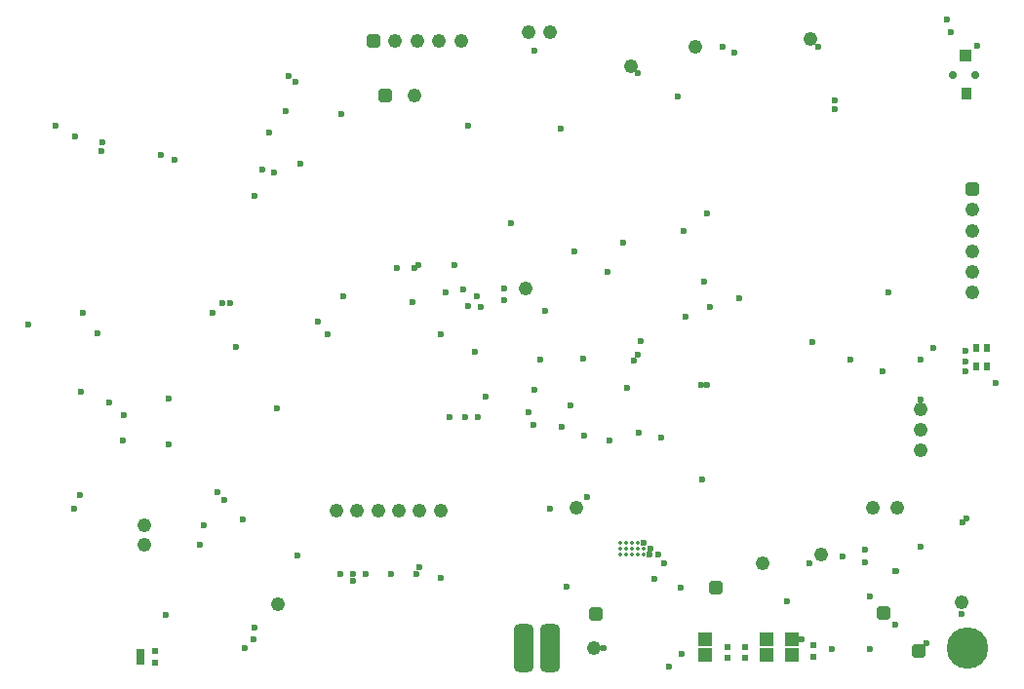
<source format=gbs>
G04*
G04 #@! TF.GenerationSoftware,Altium Limited,Altium Designer,21.1.1 (26)*
G04*
G04 Layer_Color=16711935*
%FSLAX44Y44*%
%MOMM*%
G71*
G04*
G04 #@! TF.SameCoordinates,E069ABF9-E8C7-48A9-8C9A-FF8294D84A43*
G04*
G04*
G04 #@! TF.FilePolarity,Negative*
G04*
G01*
G75*
%ADD84R,1.3000X1.2000*%
%ADD92R,0.6500X0.7000*%
G04:AMPARAMS|DCode=110|XSize=1.724mm|YSize=4.2mm|CornerRadius=0.481mm|HoleSize=0mm|Usage=FLASHONLY|Rotation=0.000|XOffset=0mm|YOffset=0mm|HoleType=Round|Shape=RoundedRectangle|*
%AMROUNDEDRECTD110*
21,1,1.7240,3.2380,0,0,0.0*
21,1,0.7620,4.2000,0,0,0.0*
1,1,0.9620,0.3810,-1.6190*
1,1,0.9620,-0.3810,-1.6190*
1,1,0.9620,-0.3810,1.6190*
1,1,0.9620,0.3810,1.6190*
%
%ADD110ROUNDEDRECTD110*%
%ADD120C,0.7000*%
%ADD121C,3.6000*%
%ADD122C,0.3500*%
%ADD123C,0.6000*%
%ADD160R,0.5000X0.5000*%
%ADD161R,0.5500X0.8000*%
%ADD162R,0.9500X1.1000*%
%ADD163R,1.1000X1.1000*%
%ADD164C,1.2160*%
G04:AMPARAMS|DCode=165|XSize=1.216mm|YSize=1.216mm|CornerRadius=0.354mm|HoleSize=0mm|Usage=FLASHONLY|Rotation=90.000|XOffset=0mm|YOffset=0mm|HoleType=Round|Shape=RoundedRectangle|*
%AMROUNDEDRECTD165*
21,1,1.2160,0.5080,0,0,90.0*
21,1,0.5080,1.2160,0,0,90.0*
1,1,0.7080,0.2540,0.2540*
1,1,0.7080,0.2540,-0.2540*
1,1,0.7080,-0.2540,-0.2540*
1,1,0.7080,-0.2540,0.2540*
%
%ADD165ROUNDEDRECTD165*%
D84*
X859790Y107950D02*
D03*
Y121951D02*
D03*
X785040Y107950D02*
D03*
Y121951D02*
D03*
X837749Y107950D02*
D03*
Y121951D02*
D03*
D92*
X294640Y110350D02*
D03*
Y102850D02*
D03*
D110*
X627380Y114300D02*
D03*
X650240D02*
D03*
D120*
X999580Y612150D02*
D03*
X1019580D02*
D03*
D121*
X1012770Y114420D02*
D03*
D122*
X716360Y195660D02*
D03*
X711360D02*
D03*
Y200660D02*
D03*
Y205660D02*
D03*
X716360Y200660D02*
D03*
Y205660D02*
D03*
X721360D02*
D03*
X726360Y195660D02*
D03*
X721360D02*
D03*
X731360D02*
D03*
Y200660D02*
D03*
X721360D02*
D03*
X726360Y205660D02*
D03*
Y200660D02*
D03*
X731360Y205660D02*
D03*
D123*
X740664Y173990D02*
D03*
X196850Y394970D02*
D03*
X256930Y387740D02*
D03*
X316230Y142620D02*
D03*
X856060Y155020D02*
D03*
X868650Y121951D02*
D03*
X383794Y225806D02*
D03*
X536194Y447040D02*
D03*
X567422Y446800D02*
D03*
X555783Y386588D02*
D03*
X457110D02*
D03*
X764794Y109178D02*
D03*
X737536Y200660D02*
D03*
X744220Y195580D02*
D03*
X392608Y121920D02*
D03*
X280416Y316596D02*
D03*
X943610Y422910D02*
D03*
X532130Y444500D02*
D03*
X650240Y235458D02*
D03*
X470916Y420116D02*
D03*
X449072Y398272D02*
D03*
X469392Y578612D02*
D03*
X727456Y300990D02*
D03*
X679958Y299212D02*
D03*
X430784Y194818D02*
D03*
X385318Y114300D02*
D03*
X731360Y205660D02*
D03*
X736172Y195660D02*
D03*
X950792Y181010D02*
D03*
X972312Y202530D02*
D03*
X949706Y181010D02*
D03*
X1007110Y143764D02*
D03*
X696468Y114300D02*
D03*
X726186Y613664D02*
D03*
X1010920Y354330D02*
D03*
Y372110D02*
D03*
Y363110D02*
D03*
X267910Y327406D02*
D03*
X716673Y340614D02*
D03*
X664210Y167640D02*
D03*
X413360Y322834D02*
D03*
X667766Y324866D02*
D03*
X260350Y546100D02*
D03*
X372110Y414020D02*
D03*
X377743Y375711D02*
D03*
X659384Y565404D02*
D03*
X261620Y553720D02*
D03*
X365760Y414020D02*
D03*
X584708Y371348D02*
D03*
X810514Y631190D02*
D03*
X616204Y483616D02*
D03*
X786384Y491800D02*
D03*
X244856Y405892D02*
D03*
X357378D02*
D03*
X1037422Y344170D02*
D03*
X799846Y636778D02*
D03*
X994467Y660420D02*
D03*
X1021080Y637286D02*
D03*
X895050Y113030D02*
D03*
X949960Y134620D02*
D03*
X679196Y365506D02*
D03*
X976630Y118110D02*
D03*
X753110Y97790D02*
D03*
X781050Y342900D02*
D03*
X1011972Y227112D02*
D03*
X786130Y342900D02*
D03*
X1008380Y223520D02*
D03*
X814098Y418084D02*
D03*
X927862Y113030D02*
D03*
X312420Y542290D02*
D03*
X400050Y529590D02*
D03*
X323850Y538480D02*
D03*
X393700Y506730D02*
D03*
X220980Y567690D02*
D03*
X406340Y562550D02*
D03*
X237490Y558800D02*
D03*
X410210Y527050D02*
D03*
X671673Y458978D02*
D03*
X765810Y476800D02*
D03*
X713740Y466090D02*
D03*
X422910Y610870D02*
D03*
X681990Y245110D02*
D03*
X749300Y187960D02*
D03*
X610108Y426800D02*
D03*
X728572Y381000D02*
D03*
X699770Y440690D02*
D03*
X782320Y260350D02*
D03*
X346246Y204006D02*
D03*
X349365Y221095D02*
D03*
X361390Y249630D02*
D03*
X998220Y648970D02*
D03*
X393700Y132080D02*
D03*
X768096Y401800D02*
D03*
X478985Y172620D02*
D03*
Y178425D02*
D03*
X587248Y314960D02*
D03*
X467985Y178425D02*
D03*
X554990Y175260D02*
D03*
X788924Y410972D02*
D03*
X533985Y178425D02*
D03*
X536956Y184404D02*
D03*
X783590Y432308D02*
D03*
X489985Y178425D02*
D03*
X562864Y314706D02*
D03*
X511985Y178425D02*
D03*
X576834Y315214D02*
D03*
X594614Y332994D02*
D03*
X645668Y406908D02*
D03*
X938530Y354330D02*
D03*
X971550Y330390D02*
D03*
X877570Y379730D02*
D03*
X982980Y374650D02*
D03*
X910590Y364490D02*
D03*
X971550D02*
D03*
X531114Y415036D02*
D03*
X575056Y426212D02*
D03*
X517652Y444745D02*
D03*
X559896Y423672D02*
D03*
X579120Y411080D02*
D03*
Y567690D02*
D03*
X420878Y580390D02*
D03*
X433578Y535432D02*
D03*
X637032Y632968D02*
D03*
X429260Y605790D02*
D03*
X897636Y582168D02*
D03*
X897128Y590296D02*
D03*
X241808Y247142D02*
D03*
X590296Y410972D02*
D03*
X237170Y235524D02*
D03*
X586546Y420176D02*
D03*
X367792Y242824D02*
D03*
X635762Y308102D02*
D03*
X279170Y294616D02*
D03*
X641673Y364998D02*
D03*
X242924Y337312D02*
D03*
X610108Y416800D02*
D03*
X319278Y291338D02*
D03*
X631673Y319278D02*
D03*
X319278Y331216D02*
D03*
X636673Y338836D02*
D03*
X702056Y294894D02*
D03*
X927862Y159512D02*
D03*
X747014Y296926D02*
D03*
X875538Y187960D02*
D03*
X726634Y368808D02*
D03*
X903855Y193679D02*
D03*
X722884Y363982D02*
D03*
X923685Y188976D02*
D03*
X923572Y199672D02*
D03*
X761492Y593852D02*
D03*
X883076Y636330D02*
D03*
X660146Y306832D02*
D03*
X764032Y166370D02*
D03*
D160*
X307340Y101680D02*
D03*
Y111680D02*
D03*
X878840Y116760D02*
D03*
Y106760D02*
D03*
X803910Y105490D02*
D03*
Y115490D02*
D03*
X819150Y105490D02*
D03*
Y115490D02*
D03*
D161*
X1029390Y359030D02*
D03*
X1020390D02*
D03*
Y375030D02*
D03*
X1029390D02*
D03*
D162*
X1011830Y595650D02*
D03*
D163*
X1011080Y628650D02*
D03*
D164*
X1016450Y422910D02*
D03*
X673100Y236220D02*
D03*
X885190Y195580D02*
D03*
X951230Y236220D02*
D03*
X930800Y236232D02*
D03*
X834390Y187960D02*
D03*
X1007110Y153670D02*
D03*
X688340Y114300D02*
D03*
X532130Y594360D02*
D03*
X720090Y619760D02*
D03*
X971550Y321310D02*
D03*
X876213Y643193D02*
D03*
X971550Y303530D02*
D03*
X629385Y426757D02*
D03*
X971550Y285750D02*
D03*
X775970Y636270D02*
D03*
X518922Y233895D02*
D03*
X500888D02*
D03*
X414020Y152400D02*
D03*
X536956Y233895D02*
D03*
X554990D02*
D03*
X464820D02*
D03*
X482854D02*
D03*
X297976Y221095D02*
D03*
X515666Y641350D02*
D03*
X534701D02*
D03*
X297976Y204006D02*
D03*
X553735Y641350D02*
D03*
X572770D02*
D03*
X631190Y648970D02*
D03*
X650240D02*
D03*
X1016450Y495046D02*
D03*
Y477012D02*
D03*
Y458978D02*
D03*
Y440944D02*
D03*
D165*
Y513080D02*
D03*
X507044Y594360D02*
D03*
X939800Y144780D02*
D03*
X689610Y143510D02*
D03*
X793751Y166370D02*
D03*
X970280Y111760D02*
D03*
X496631Y641350D02*
D03*
M02*

</source>
